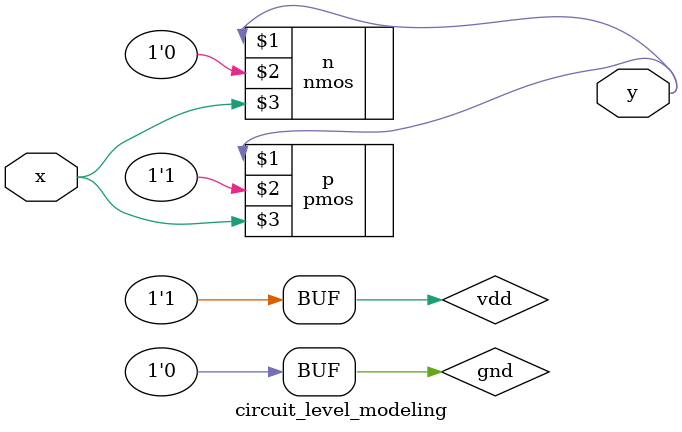
<source format=v>
module circuit_level_modeling(input x,output y);

supply1 vdd;
supply0 gnd;

pmos p(y,vdd,x);
nmos n(y,gnd,x);

endmodule


</source>
